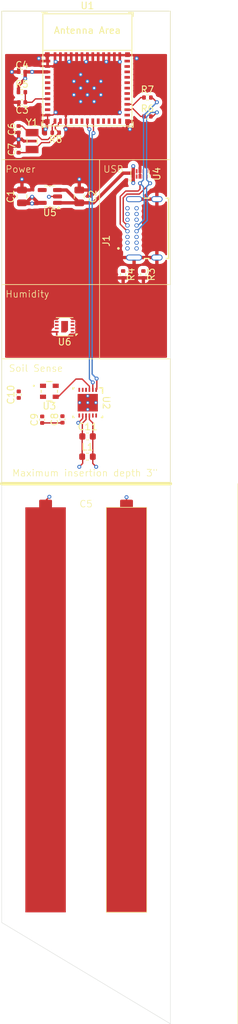
<source format=kicad_pcb>
(kicad_pcb (version 20241229) (generator "pcbnew") (generator_version "9.0")
  (layers (0 "F.Cu" signal) (4 "In1.Cu" mixed) (6 "In2.Cu" power) (2 "B.Cu" signal) (13 "F.Paste" user) (15 "B.Paste" user) (5 "F.SilkS" user "F.Silkscreen") (7 "B.SilkS" user "B.Silkscreen") (1 "F.Mask" user) (3 "B.Mask" user) (25 "Edge.Cuts" user))
  (net 0 "")
  (net 1 "/USB_D+")
  (net 2 "GND")
  (net 7 "+3.3V")
  (net 8 "Net-(J1-CC2)")
  (net 26 "/USB_5V")
  (net 32 "Net-(J1-CC1)")
  (net 36 "/USB_D-")
  (net 37 "/SENSE_SOIL_B")
  (net 38 "/SENSE_SOIL_A")
  (net 39 "/SCL")
  (net 40 "/SDA")
  (net 41 "/FDC_SHUTDOWN")
  (net 42 "/FDC_EN")
  (net 43 "/XTAL_32K+")
  (net 44 "/XTAL_32K-")
  (net 50 "/ESP_EN")
  (net 53 "/ESP_USB_D-")
  (net 54 "/ESP_USB_D+")
  (net 57 "/FDC_CLK")
  (footprint "Capacitor_SMD:C_0402_1005Metric" (layer "F.Cu") (at 84 90.48 90)
    (property "Reference" "C8" (at 0 -1.16 90) (layer "F.SilkS"))
    (property "Value" "0.01uF")
    (pad "1" smd roundrect (at -0.48 0 90) (size 0.56 0.62) (layers "F.Cu" "F.Mask" "F.Paste") (net 7 "+3.3V"))
    (pad "2" smd roundrect (at 0.48 0 90) (size 0.56 0.62) (layers "F.Cu" "F.Mask" "F.Paste") (net 2 "GND"))
  )
  (footprint "Resistor_SMD:R_0402_1005Metric" (layer "F.Cu") (at 77.99 42)
    (property "Reference" "R5" (at 0 -1.17 0) (layer "F.SilkS"))
    (property "Value" "10k")
    (pad "1" smd roundrect (at -0.51 0) (size 0.54 0.64) (layers "F.Cu" "F.Mask" "F.Paste") (net 7 "+3.3V"))
    (pad "2" smd roundrect (at 0.51 0) (size 0.54 0.64) (layers "F.Cu" "F.Mask" "F.Paste") (net 50 "/ESP_EN"))
  )
  (footprint "Resistor_SMD:R_0402_1005Metric" (layer "F.Cu") (at 96.6 45.6)
    (property "Reference" "R6" (at 0 -1.17 0) (layer "F.SilkS"))
    (property "Value" "22")
    (pad "1" smd roundrect (at -0.51 0) (size 0.54 0.64) (layers "F.Cu" "F.Mask" "F.Paste") (net 53 "/ESP_USB_D-"))
    (pad "2" smd roundrect (at 0.51 0) (size 0.54 0.64) (layers "F.Cu" "F.Mask" "F.Paste") (net 36 "/USB_D-"))
  )
  (footprint "625L3C040M00000:IC_625L3C040M00000_CTS" (layer "F.Cu") (at 82.0602 86.3125)
    (property "Reference" "U3" (at 0 2.1875 0) (layer "F.SilkS"))
    (property "Value" "625L3C040M00000")
    (pad "1" smd rect (at -0.9398 -0.8125) (size 0.889 0.635) (layers "F.Cu" "F.Mask" "F.Paste") (net 42 "/FDC_EN"))
    (pad "2" smd rect (at -0.9398 0.8125) (size 0.889 0.635) (layers "F.Cu" "F.Mask" "F.Paste") (net 2 "GND"))
    (pad "3" smd rect (at 0.9398 0.8125) (size 0.889 0.635) (layers "F.Cu" "F.Mask" "F.Paste") (net 57 "/FDC_CLK"))
    (pad "4" smd rect (at 0.9398 -0.8125) (size 0.889 0.635) (layers "F.Cu" "F.Mask" "F.Paste") (net 7 "+3.3V"))
  )
  (footprint "Resistor_SMD:R_0402_1005Metric" (layer "F.Cu") (at 83 48)
    (property "Reference" "R8" (at 0 1 0) (layer "F.SilkS"))
    (property "Value" "TBD")
    (pad "1" smd roundrect (at -0.51 0) (size 0.54 0.64) (layers "F.Cu" "F.Mask" "F.Paste") (net 43 "/XTAL_32K+"))
    (pad "2" smd roundrect (at 0.51 0) (size 0.54 0.64) (layers "F.Cu" "F.Mask" "F.Paste") (net 44 "/XTAL_32K-"))
  )
  (footprint "Resistor_SMD:R_0402_1005Metric" (layer "F.Cu") (at 96 69.01 -90)
    (property "Reference" "R3" (at 0 -1.17 90) (layer "F.SilkS"))
    (property "Value" "5.1k")
    (pad "1" smd roundrect (at -0.51 0 270) (size 0.54 0.64) (layers "F.Cu" "F.Mask" "F.Paste") (net 8 "Net-(J1-CC2)"))
    (pad "2" smd roundrect (at 0.51 0 270) (size 0.54 0.64) (layers "F.Cu" "F.Mask" "F.Paste") (net 2 "GND"))
  )
  (footprint "Package_DFN_QFN:Diodes_UDFN-10_1.0x2.5mm_P0.5mm" (layer "F.Cu") (at 95.5 54.1125 90)
    (property "Reference" "U4" (at 0 2.5 90) (layer "F.SilkS"))
    (property "Value" "D3V3XA4B10LP")
    (pad "1" smd rect (at -0.3875 -1) (size 0.25 0.625) (layers "F.Cu" "F.Mask" "F.Paste") (net 26 "/USB_5V"))
    (pad "2" smd rect (at -0.3875 -0.5) (size 0.25 0.625) (layers "F.Cu" "F.Mask" "F.Paste"))
    (pad "3" smd rect (at -0.35 0) (size 0.45 0.7) (layers "F.Cu" "F.Mask" "F.Paste") (net 2 "GND"))
    (pad "4" smd rect (at -0.3875 0.5) (size 0.25 0.625) (layers "F.Cu" "F.Mask" "F.Paste") (net 1 "/USB_D+"))
    (pad "5" smd rect (at -0.3875 1) (size 0.25 0.625) (layers "F.Cu" "F.Mask" "F.Paste") (net 36 "/USB_D-"))
    (pad "6" smd rect (at 0.3875 1) (size 0.25 0.625) (layers "F.Cu" "F.Mask" "F.Paste"))
    (pad "7" smd rect (at 0.3875 0.5) (size 0.25 0.625) (layers "F.Cu" "F.Mask" "F.Paste"))
    (pad "8" smd rect (at 0.4125 0) (size 0.45 0.575) (layers "F.Cu" "F.Mask" "F.Paste") (net 2 "GND"))
    (pad "9" smd rect (at 0.3875 -0.5) (size 0.25 0.625) (layers "F.Cu" "F.Mask" "F.Paste"))
    (pad "10" smd rect (at 0.3875 -1) (size 0.25 0.625) (layers "F.Cu" "F.Mask" "F.Paste") (net 26 "/USB_5V"))
  )
  (footprint "Capacitor_SMD:C_0402_1005Metric" (layer "F.Cu") (at 77.5 47.5 -90)
    (property "Reference" "C6" (at 0 1 90) (layer "F.SilkS"))
    (property "Value" "12pF")
    (pad "1" smd roundrect (at -0.48 0 270) (size 0.56 0.62) (layers "F.Cu" "F.Mask" "F.Paste") (net 43 "/XTAL_32K+"))
    (pad "2" smd roundrect (at 0.48 0 270) (size 0.56 0.62) (layers "F.Cu" "F.Mask" "F.Paste") (net 2 "GND"))
  )
  (footprint "Capacitor_SMD:C_0402_1005Metric" (layer "F.Cu") (at 81 90.52 90)
    (property "Reference" "C9" (at 0 -1.16 90) (layer "F.SilkS"))
    (property "Value" "0.1uF")
    (pad "1" smd roundrect (at -0.48 0 90) (size 0.56 0.62) (layers "F.Cu" "F.Mask" "F.Paste") (net 7 "+3.3V"))
    (pad "2" smd roundrect (at 0.48 0 90) (size 0.56 0.62) (layers "F.Cu" "F.Mask" "F.Paste") (net 2 "GND"))
  )
  (footprint "Capacitor_SMD:C_0805_2012Metric" (layer "F.Cu") (at 86.5 57.45 90)
    (property "Reference" "C2" (at 0 2 90) (layer "F.SilkS"))
    (property "Value" "10uF")
    (pad "1" smd roundrect (at -0.95 0 90) (size 1 1.45) (layers "F.Cu" "F.Mask" "F.Paste") (net 26 "/USB_5V"))
    (pad "2" smd roundrect (at 0.95 0 90) (size 1 1.45) (layers "F.Cu" "F.Mask" "F.Paste") (net 2 "GND"))
  )
  (footprint "Resistor_SMD:R_0402_1005Metric" (layer "F.Cu") (at 93 69.01 -90)
    (property "Reference" "R4" (at 0 -1.17 90) (layer "F.SilkS"))
    (property "Value" "5.1k")
    (pad "1" smd roundrect (at -0.51 0 270) (size 0.54 0.64) (layers "F.Cu" "F.Mask" "F.Paste") (net 32 "Net-(J1-CC1)"))
    (pad "2" smd roundrect (at 0.51 0 270) (size 0.54 0.64) (layers "F.Cu" "F.Mask" "F.Paste") (net 2 "GND"))
  )
  (footprint "CapacitiveStrips:C_Rectangle" (layer "F.Cu") (at 87.5 103.5)
    (property "Reference" "C5" (at 0 -0.5 0) (layer "F.SilkS") (effects (font (thickness 0.1))))
    (property "Value" "SOIL")
    (fp_poly (pts (xy -9 0) (xy -3 0) (xy -3 60) (xy -9 60)) (fill yes) (layer "F.Cu"))
    (fp_poly (pts (xy 3 0) (xy 9 0) (xy 9 60) (xy 3 60)) (fill yes) (layer "F.Cu"))
    (pad "1" smd roundrect (at -6 -0.5) (size 1.905 1.27) (layers "F.Cu" "F.Mask" "F.Paste") (roundrect_rratio 0.15) (net 38 "/SENSE_SOIL_A"))
    (pad "2" smd roundrect (at 6 -0.5) (size 1.905 1.27) (layers "F.Cu" "F.Mask" "F.Paste") (roundrect_rratio 0.15) (net 37 "/SENSE_SOIL_B"))
  )
  (footprint "Sensor_Humidity:Sensirion_DFN-8-1EP_2.5x2.5mm_P0.5mm_EP1.1x1.7mm" (layer "F.Cu") (at 84.325 76.75 180)
    (property "Reference" "U6" (at 0 -2.25 0) (layer "F.SilkS"))
    (property "Value" "SHT30-DIS")
    (pad "1" smd rect (at -1.175 -0.75 180) (size 0.55 0.25) (layers "F.Cu" "F.Mask" "F.Paste") (net 40 "/SDA"))
    (pad "2" smd rect (at -1.175 -0.25 180) (size 0.55 0.25) (layers "F.Cu" "F.Mask" "F.Paste"))
    (pad "3" smd rect (at -1.175 0.25 180) (size 0.55 0.25) (layers "F.Cu" "F.Mask" "F.Paste"))
    (pad "4" smd rect (at -1.175 0.75) (size 0.55 0.25) (layers "F.Cu" "F.Mask" "F.Paste") (net 39 "/SCL"))
    (pad "5" smd rect (at 1.175 0.75 180) (size 0.55 0.25) (layers "F.Cu" "F.Mask" "F.Paste"))
    (pad "6" smd rect (at 1.175 0.25 180) (size 0.55 0.25) (layers "F.Cu" "F.Mask" "F.Paste"))
    (pad "7" smd rect (at 1.175 -0.25 180) (size 0.55 0.25) (layers "F.Cu" "F.Mask" "F.Paste"))
    (pad "8" smd rect (at 1.175 -0.75 180) (size 0.55 0.25) (layers "F.Cu" "F.Mask" "F.Paste") (net 2 "GND"))
    (pad "9" smd custom (at 0 0 180) (size 1 1) (layers "F.Cu" "F.Mask") (net 2 "GND") (options (clearance outline) (anchor circle)) (primitives (gr_poly (pts (xy 0.5 0.85) (xy -0.5 0.85) (xy -0.5 -0.55) (xy -0.2 -0.85) (xy 0.5 -0.85)) (width 0) (fill yes))))
  )
  (footprint "FDC2212DNTR:DNT0012B" (layer "F.Cu") (at 87.75 88 -90)
    (property "Reference" "U2" (at 0 -2.75 270) (layer "F.SilkS"))
    (property "Value" "FDC2212DNTR")
    (pad "1" smd rect (at -1.899999 -1.25) (size 0.249999 0.599999) (layers "F.Cu" "F.Mask" "F.Paste") (net 39 "/SCL"))
    (pad "2" smd rect (at -1.899999 -0.750001) (size 0.249999 0.599999) (layers "F.Cu" "F.Mask" "F.Paste") (net 40 "/SDA"))
    (pad "3" smd rect (at -1.899999 -0.25) (size 0.249999 0.599999) (layers "F.Cu" "F.Mask" "F.Paste") (net 57 "/FDC_CLK"))
    (pad "4" smd rect (at -1.899999 0.25) (size 0.249999 0.599999) (layers "F.Cu" "F.Mask" "F.Paste") (net 2 "GND"))
    (pad "5" smd rect (at -1.899999 0.749998) (size 0.249999 0.599999) (layers "F.Cu" "F.Mask" "F.Paste"))
    (pad "6" smd rect (at -1.899999 1.25) (size 0.249999 0.599999) (layers "F.Cu" "F.Mask" "F.Paste") (net 41 "/FDC_SHUTDOWN"))
    (pad "7" smd rect (at 1.899999 1.25) (size 0.249999 0.599999) (layers "F.Cu" "F.Mask" "F.Paste") (net 7 "+3.3V"))
    (pad "8" smd rect (at 1.899999 0.749998) (size 0.249999 0.599999) (layers "F.Cu" "F.Mask" "F.Paste") (net 2 "GND"))
    (pad "9" smd rect (at 1.899999 0.25) (size 0.249999 0.599999) (layers "F.Cu" "F.Mask" "F.Paste") (net 38 "/SENSE_SOIL_A"))
    (pad "10" smd rect (at 1.899999 -0.250002) (size 0.249999 0.599999) (layers "F.Cu" "F.Mask" "F.Paste") (net 37 "/SENSE_SOIL_B"))
    (pad "11" smd rect (at 1.899999 -0.750001) (size 0.249999 0.599999) (layers "F.Cu" "F.Mask" "F.Paste"))
    (pad "12" smd rect (at 1.899999 -1.25) (size 0.249999 0.599999) (layers "F.Cu" "F.Mask" "F.Paste"))
    (pad "13" smd rect (at 0 0) (size 2.999999 2.6) (layers "F.Cu" "F.Mask") (net 2 "GND"))
    (pad "V" thru_hole circle (at -1.000001 0 270) (size 0.499999 0.499999) (drill 0.254) (layers "*.Cu" "*.Mask") (net 2 "GND"))
    (pad "V" thru_hole circle (at 0 -1.2 270) (size 0.499999 0.499999) (drill 0.254) (layers "*.Cu" "*.Mask") (net 2 "GND"))
    (pad "V" thru_hole circle (at 0 0 270) (size 0.499999 0.499999) (drill 0.254) (layers "*.Cu" "*.Mask") (net 2 "GND"))
    (pad "V" thru_hole circle (at 0 1.2 270) (size 0.499999 0.499999) (drill 0.254) (layers "*.Cu" "*.Mask") (net 2 "GND"))
    (pad "V" thru_hole circle (at 1.000001 0 270) (size 0.499999 0.499999) (drill 0.254) (layers "*.Cu" "*.Mask") (net 2 "GND"))
  )
  (footprint "Capacitor_SMD:C_0402_1005Metric" (layer "F.Cu") (at 77.52 86.8125 90)
    (property "Reference" "C10" (at 0 -1.16 90) (layer "F.SilkS"))
    (property "Value" "0.01uF")
    (pad "1" smd roundrect (at -0.48 0 90) (size 0.56 0.62) (layers "F.Cu" "F.Mask" "F.Paste") (net 7 "+3.3V"))
    (pad "2" smd roundrect (at 0.48 0 90) (size 0.56 0.62) (layers "F.Cu" "F.Mask" "F.Paste") (net 2 "GND"))
  )
  (footprint "Package_TO_SOT_SMD:SOT-23-5" (layer "F.Cu") (at 82.1375 57.45 180)
    (property "Reference" "U5" (at 0 -2.4 0) (layer "F.SilkS"))
    (property "Value" "MIC5219-3.3YM5")
    (pad "1" smd roundrect (at -1.1375 -0.95 180) (size 1.325 0.6) (layers "F.Cu" "F.Mask" "F.Paste") (net 26 "/USB_5V"))
    (pad "2" smd roundrect (at -1.1375 0 180) (size 1.325 0.6) (layers "F.Cu" "F.Mask" "F.Paste") (net 2 "GND"))
    (pad "3" smd roundrect (at -1.1375 0.95 180) (size 1.325 0.6) (layers "F.Cu" "F.Mask" "F.Paste") (net 26 "/USB_5V"))
    (pad "4" smd roundrect (at 1.1375 0.95 180) (size 1.325 0.6) (layers "F.Cu" "F.Mask" "F.Paste"))
    (pad "5" smd roundrect (at 1.1375 -0.95 180) (size 1.325 0.6) (layers "F.Cu" "F.Mask" "F.Paste") (net 7 "+3.3V"))
  )
  (footprint "Resistor_SMD:R_0402_1005Metric" (layer "F.Cu") (at 96.6 42.8)
    (property "Reference" "R7" (at 0 -1.17 0) (layer "F.SilkS"))
    (property "Value" "22")
    (pad "1" smd roundrect (at -0.51 0) (size 0.54 0.64) (layers "F.Cu" "F.Mask" "F.Paste") (net 54 "/ESP_USB_D+"))
    (pad "2" smd roundrect (at 0.51 0) (size 0.54 0.64) (layers "F.Cu" "F.Mask" "F.Paste") (net 1 "/USB_D+"))
  )
  (footprint "Capacitor_SMD:C_0402_1005Metric" (layer "F.Cu") (at 78.02 43.5 180)
    (property "Reference" "C3" (at 0 -1.16 0) (layer "F.SilkS"))
    (property "Value" "0.1uF")
    (pad "1" smd roundrect (at -0.48 0 180) (size 0.56 0.62) (layers "F.Cu" "F.Mask" "F.Paste") (net 50 "/ESP_EN"))
    (pad "2" smd roundrect (at 0.48 0 180) (size 0.56 0.62) (layers "F.Cu" "F.Mask" "F.Paste") (net 2 "GND"))
  )
  (footprint "ABS07_32_768KHZ_T:XTAL_ABS07-32.768KHZ-T" (layer "F.Cu") (at 79.5 49.25 -90)
    (property "Reference" "Y1" (at -2.75 0 180) (layer "F.SilkS"))
    (property "Value" "ABS07-32.768KHZ-T")
    (pad "1" smd rect (at -1.25 0 270) (size 1.1 1.9) (layers "F.Cu" "F.Mask" "F.Paste") (net 43 "/XTAL_32K+"))
    (pad "2" smd rect (at 1.25 0 270) (size 1.1 1.9) (layers "F.Cu" "F.Mask" "F.Paste") (net 44 "/XTAL_32K-"))
  )
  (footprint "Capacitor_SMD:C_0402_1005Metric" (layer "F.Cu") (at 77.5 50.48 90)
    (property "Reference" "C7" (at -0.02 -1 90) (layer "F.SilkS"))
    (property "Value" "12pF")
    (pad "1" smd roundrect (at -0.48 0 90) (size 0.56 0.62) (layers "F.Cu" "F.Mask" "F.Paste") (net 44 "/XTAL_32K-"))
    (pad "2" smd roundrect (at 0.48 0 90) (size 0.56 0.62) (layers "F.Cu" "F.Mask" "F.Paste") (net 2 "GND"))
  )
  (footprint "USB4085_GF_A:GCT_USB4085-GF-A_REVB" (layer "F.Cu") (at 98 62.175 90)
    (property "Reference" "J1" (at -1.85 -7.5 90) (layer "F.SilkS"))
    (property "Value" "USB4085-GF-A_REVB")
    (pad "A1" thru_hole circle (at -2.975 -4.36 90) (size 0.65 0.65) (drill 0.4) (layers "*.Cu" "*.Mask") (net 2 "GND"))
    (pad "A4" thru_hole circle (at -2.125 -4.36 90) (size 0.65 0.65) (drill 0.4) (layers "*.Cu" "*.Mask") (net 26 "/USB_5V"))
    (pad "A5" thru_hole circle (at -1.275 -4.36 90) (size 0.65 0.65) (drill 0.4) (layers "*.Cu" "*.Mask") (net 32 "Net-(J1-CC1)"))
    (pad "A6" thru_hole circle (at -0.425 -4.36 90) (size 0.65 0.65) (drill 0.4) (layers "*.Cu" "*.Mask") (net 1 "/USB_D+"))
    (pad "A7" thru_hole circle (at 0.425 -4.36 90) (size 0.65 0.65) (drill 0.4) (layers "*.Cu" "*.Mask") (net 36 "/USB_D-"))
    (pad "A8" thru_hole circle (at 1.275 -4.36 90) (size 0.65 0.65) (drill 0.4) (layers "*.Cu" "*.Mask"))
    (pad "A9" thru_hole circle (at 2.125 -4.36 90) (size 0.65 0.65) (drill 0.4) (layers "*.Cu" "*.Mask") (net 26 "/USB_5V"))
    (pad "A12" thru_hole circle (at 2.975 -4.36 90) (size 0.65 0.65) (drill 0.4) (layers "*.Cu" "*.Mask") (net 2 "GND"))
    (pad "B1" thru_hole circle (at 2.975 -3.01 90) (size 0.65 0.65) (drill 0.4) (layers "*.Cu" "*.Mask") (net 2 "GND"))
    (pad "B4" thru_hole circle (at 2.125 -3.01 90) (size 0.65 0.65) (drill 0.4) (layers "*.Cu" "*.Mask") (net 26 "/USB_5V"))
    (pad "B5" thru_hole circle (at 1.275 -3.01 90) (size 0.65 0.65) (drill 0.4) (layers "*.Cu" "*.Mask") (net 8 "Net-(J1-CC2)"))
    (pad "B6" thru_hole circle (at 0.425 -3.01 90) (size 0.65 0.65) (drill 0.4) (layers "*.Cu" "*.Mask") (net 1 "/USB_D+"))
    (pad "B7" thru_hole circle (at -0.425 -3.01 90) (size 0.65 0.65) (drill 0.4) (layers "*.Cu" "*.Mask") (net 36 "/USB_D-"))
    (pad "B8" thru_hole circle (at -1.275 -3.01 90) (size 0.65 0.65) (drill 0.4) (layers "*.Cu" "*.Mask"))
    (pad "B9" thru_hole circle (at -2.125 -3.01 90) (size 0.65 0.65) (drill 0.4) (layers "*.Cu" "*.Mask") (net 26 "/USB_5V"))
    (pad "B12" thru_hole circle (at -2.975 -3.01 90) (size 0.65 0.65) (drill 0.4) (layers "*.Cu" "*.Mask") (net 2 "GND"))
    (pad "S1" thru_hole oval (at -4.325 0 90) (size 0.9 1.7) (drill oval 0.6 1.4) (layers "*.Cu" "*.Mask") (net 2 "GND"))
    (pad "S2" thru_hole oval (at 4.325 0 90) (size 0.9 1.7) (drill oval 0.6 1.4) (layers "*.Cu" "*.Mask") (net 2 "GND"))
    (pad "S3" thru_hole oval (at -4.325 -3.38 90) (size 0.9 2.4) (drill oval 0.6 2.1) (layers "*.Cu" "*.Mask") (net 2 "GND"))
    (pad "S4" thru_hole oval (at 4.325 -3.38 90) (size 0.9 2.4) (drill oval 0.6 2.1) (layers "*.Cu" "*.Mask") (net 2 "GND"))
  )
  (footprint "Capacitor_SMD:C_0402_1005Metric" (layer "F.Cu") (at 78 39 180)
    (property "Reference" "C4" (at 0 1 0) (layer "F.SilkS"))
    (property "Value" "0.1uF")
    (pad "1" smd roundrect (at -0.48 0 180) (size 0.56 0.62) (layers "F.Cu" "F.Mask" "F.Paste") (net 7 "+3.3V"))
    (pad "2" smd roundrect (at 0.48 0 180) (size 0.56 0.62) (layers "F.Cu" "F.Mask" "F.Paste") (net 2 "GND"))
  )
  (footprint "Capacitor_SMD:C_0603_1608Metric" (layer "F.Cu") (at 87.725 93)
    (property "Reference" "C11" (at 0 -1.43 0) (layer "F.SilkS"))
    (property "Value" "33pF")
    (pad "1" smd roundrect (at -0.775 0) (size 0.9 0.95) (layers "F.Cu" "F.Mask" "F.Paste") (net 38 "/SENSE_SOIL_A"))
    (pad "2" smd roundrect (at 0.775 0) (size 0.9 0.95) (layers "F.Cu" "F.Mask" "F.Paste") (net 37 "/SENSE_SOIL_B"))
  )
  (footprint "Inductor_SMD:L_0603_1608Metric" (layer "F.Cu") (at 87.7125 96)
    (property "Reference" "L1" (at 0 -1.43 0) (layer "F.SilkS"))
    (property "Value" "18uH")
    (pad "1" smd roundrect (at -0.7875 0) (size 0.875 0.95) (layers "F.Cu" "F.Mask" "F.Paste") (net 38 "/SENSE_SOIL_A"))
    (pad "2" smd roundrect (at 0.7875 0) (size 0.875 0.95) (layers "F.Cu" "F.Mask" "F.Paste") (net 37 "/SENSE_SOIL_B"))
  )
  (footprint "PCM_Espressif:ESP32-H2-MINI-1" (layer "F.Cu") (at 87.7 38.7)
    (property "Reference" "U1" (at 0 -9.5 0) (layer "F.SilkS"))
    (property "Value" "ESP32-H2-MINI-1")
    (fp_text user "Antenna Area" (at 0 -5.85 0) (layer "F.SilkS"))
    (pad "1" smd rect (at -5.9 -1.3 90) (size 0.4 0.8) (layers "F.Cu" "F.Mask" "F.Paste") (net 2 "GND"))
    (pad "2" smd rect (at -5.9 -0.5 90) (size 0.4 0.8) (layers "F.Cu" "F.Mask" "F.Paste") (net 2 "GND"))
    (pad "3" smd rect (at -5.9 0.3 90) (size 0.4 0.8) (layers "F.Cu" "F.Mask" "F.Paste") (net 7 "+3.3V"))
    (pad "4" smd rect (at -5.9 1.1 90) (size 0.4 0.8) (layers "F.Cu" "F.Mask" "F.Paste"))
    (pad "5" smd rect (at -5.9 1.9 90) (size 0.4 0.8) (layers "F.Cu" "F.Mask" "F.Paste"))
    (pad "6" smd rect (at -5.9 2.7 90) (size 0.4 0.8) (layers "F.Cu" "F.Mask" "F.Paste"))
    (pad "7" smd rect (at -5.9 3.5 90) (size 0.4 0.8) (layers "F.Cu" "F.Mask" "F.Paste"))
    (pad "8" smd rect (at -5.9 4.3 90) (size 0.4 0.8) (layers "F.Cu" "F.Mask" "F.Paste") (net 50 "/ESP_EN"))
    (pad "9" smd rect (at -5.9 5.1 90) (size 0.4 0.8) (layers "F.Cu" "F.Mask" "F.Paste"))
    (pad "10" smd rect (at -5.9 5.9 90) (size 0.4 0.8) (layers "F.Cu" "F.Mask" "F.Paste"))
    (pad "11" smd rect (at -5.9 6.7 90) (size 0.4 0.8) (layers "F.Cu" "F.Mask" "F.Paste") (net 2 "GND"))
    (pad "12" smd rect (at -4.8 7.6) (size 0.4 0.8) (layers "F.Cu" "F.Mask" "F.Paste") (net 43 "/XTAL_32K+"))
    (pad "13" smd rect (at -4 7.6) (size 0.4 0.8) (layers "F.Cu" "F.Mask" "F.Paste") (net 44 "/XTAL_32K-"))
    (pad "14" smd rect (at -3.2 7.6) (size 0.4 0.8) (layers "F.Cu" "F.Mask" "F.Paste") (net 2 "GND"))
    (pad "15" smd rect (at -2.4 7.6) (size 0.4 0.8) (layers "F.Cu" "F.Mask" "F.Paste"))
    (pad "16" smd rect (at -1.6 7.6) (size 0.4 0.8) (layers "F.Cu" "F.Mask" "F.Paste"))
    (pad "17" smd rect (at -0.8 7.6) (size 0.4 0.8) (layers "F.Cu" "F.Mask" "F.Paste"))
    (pad "18" smd rect (at 0 7.6) (size 0.4 0.8) (layers "F.Cu" "F.Mask" "F.Paste") (net 40 "/SDA"))
    (pad "19" smd rect (at 0.8 7.6) (size 0.4 0.8) (layers "F.Cu" "F.Mask" "F.Paste") (net 39 "/SCL"))
    (pad "20" smd rect (at 1.6 7.6) (size 0.4 0.8) (layers "F.Cu" "F.Mask" "F.Paste"))
    (pad "21" smd rect (at 2.4 7.6) (size 0.4 0.8) (layers "F.Cu" "F.Mask" "F.Paste"))
    (pad "22" smd rect (at 3.2 7.6) (size 0.4 0.8) (layers "F.Cu" "F.Mask" "F.Paste"))
    (pad "23" smd rect (at 4 7.6) (size 0.4 0.8) (layers "F.Cu" "F.Mask" "F.Paste"))
    (pad "24" smd rect (at 4.8 7.6) (size 0.4 0.8) (layers "F.Cu" "F.Mask" "F.Paste"))
    (pad "25" smd rect (at 5.9 6.7 90) (size 0.4 0.8) (layers "F.Cu" "F.Mask" "F.Paste"))
    (pad "26" smd rect (at 5.9 5.9 90) (size 0.4 0.8) (layers "F.Cu" "F.Mask" "F.Paste") (net 53 "/ESP_USB_D-"))
    (pad "27" smd rect (at 5.9 5.1 90) (size 0.4 0.8) (layers "F.Cu" "F.Mask" "F.Paste") (net 54 "/ESP_USB_D+"))
    (pad "28" smd rect (at 5.9 4.3 90) (size 0.4 0.8) (layers "F.Cu" "F.Mask" "F.Paste"))
    (pad "29" smd rect (at 5.9 3.5 90) (size 0.4 0.8) (layers "F.Cu" "F.Mask" "F.Paste"))
    (pad "30" smd rect (at 5.9 2.7 90) (size 0.4 0.8) (layers "F.Cu" "F.Mask" "F.Paste"))
    (pad "31" smd rect (at 5.9 1.9 90) (size 0.4 0.8) (layers "F.Cu" "F.Mask" "F.Paste"))
    (pad "32" smd rect (at 5.9 1.1 90) (size 0.4 0.8) (layers "F.Cu" "F.Mask" "F.Paste"))
    (pad "33" smd rect (at 5.9 0.3 90) (size 0.4 0.8) (layers "F.Cu" "F.Mask" "F.Paste"))
    (pad "34" smd rect (at 5.9 -0.5 90) (size 0.4 0.8) (layers "F.Cu" "F.Mask" "F.Paste"))
    (pad "35" smd rect (at 5.9 -1.3 90) (size 0.4 0.8) (layers "F.Cu" "F.Mask" "F.Paste"))
    (pad "36" smd rect (at 4.8 -2.2) (size 0.4 0.8) (layers "F.Cu" "F.Mask" "F.Paste") (net 2 "GND"))
    (pad "37" smd rect (at 4 -2.2) (size 0.4 0.8) (layers "F.Cu" "F.Mask" "F.Paste") (net 2 "GND"))
    (pad "38" smd rect (at 3.2 -2.2) (size 0.4 0.8) (layers "F.Cu" "F.Mask" "F.Paste") (net 2 "GND"))
    (pad "39" smd rect (at 2.4 -2.2) (size 0.4 0.8) (layers "F.Cu" "F.Mask" "F.Paste") (net 2 "GND"))
    (pad "40" smd rect (at 1.6 -2.2) (size 0.4 0.8) (layers "F.Cu" "F.Mask" "F.Paste") (net 2 "GND"))
    (pad "41" smd rect (at 0.8 -2.2) (size 0.4 0.8) (layers "F.Cu" "F.Mask" "F.Paste") (net 2 "GND"))
    (pad "42" smd rect (at 0 -2.2) (size 0.4 0.8) (layers "F.Cu" "F.Mask" "F.Paste") (net 2 "GND"))
    (pad "43" smd rect (at -0.8 -2.2) (size 0.4 0.8) (layers "F.Cu" "F.Mask" "F.Paste") (net 2 "GND"))
    (pad "44" smd rect (at -1.6 -2.2) (size 0.4 0.8) (layers "F.Cu" "F.Mask" "F.Paste") (net 2 "GND"))
    (pad "45" smd rect (at -2.4 -2.2) (size 0.4 0.8) (layers "F.Cu" "F.Mask" "F.Paste") (net 2 "GND"))
    (pad "46" smd rect (at -3.2 -2.2) (size 0.4 0.8) (layers "F.Cu" "F.Mask" "F.Paste") (net 2 "GND"))
    (pad "47" smd rect (at -4 -2.2) (size 0.4 0.8) (layers "F.Cu" "F.Mask" "F.Paste") (net 2 "GND"))
    (pad "48" smd rect (at -4.8 -2.2) (size 0.4 0.8) (layers "F.Cu" "F.Mask" "F.Paste") (net 2 "GND"))
    (pad "49" smd custom (at -1.975 0.725) (size 0.8 0.8) (layers "F.Cu" "F.Mask" "F.Paste") (net 2 "GND") (options (clearance outline) (anchor rect)) (primitives (gr_poly (pts (xy 0.725 0.725) (xy -0.725 0.725) (xy -0.725 -0.125) (xy -0.125 -0.725) (xy 0.725 -0.725)) (width 0) (fill yes))))
    (pad "49" smd rect (at -1.975 2.7 90) (size 1.45 1.45) (layers "F.Cu" "F.Mask" "F.Paste") (net 2 "GND"))
    (pad "49" smd rect (at -1.975 4.675 90) (size 1.45 1.45) (layers "F.Cu" "F.Mask" "F.Paste") (net 2 "GND"))
    (pad "49" smd rect (at 0 0.725 90) (size 1.45 1.45) (layers "F.Cu" "F.Mask" "F.Paste") (net 2 "GND"))
    (pad "49" smd rect (at 0 2.7 90) (size 1.45 1.45) (layers "F.Cu" "F.Mask" "F.Paste") (net 2 "GND"))
    (pad "49" smd rect (at 0 4.675 90) (size 1.45 1.45) (layers "F.Cu" "F.Mask" "F.Paste") (net 2 "GND"))
    (pad "49" smd rect (at 1.975 0.725 90) (size 1.45 1.45) (layers "F.Cu" "F.Mask" "F.Paste") (net 2 "GND"))
    (pad "49" smd rect (at 1.975 2.7 90) (size 1.45 1.45) (layers "F.Cu" "F.Mask" "F.Paste") (net 2 "GND"))
    (pad "49" smd rect (at 1.975 4.675 90) (size 1.45 1.45) (layers "F.Cu" "F.Mask" "F.Paste") (net 2 "GND"))
    (pad "50" smd rect (at 5.95 -2.25 90) (size 0.7 0.7) (layers "F.Cu" "F.Mask" "F.Paste") (net 2 "GND"))
    (pad "51" smd rect (at 5.95 7.65 90) (size 0.7 0.7) (layers "F.Cu" "F.Mask" "F.Paste") (net 2 "GND"))
    (pad "52" smd rect (at -5.95 7.65 90) (size 0.7 0.7) (layers "F.Cu" "F.Mask" "F.Paste") (net 2 "GND"))
    (pad "53" smd rect (at -5.95 -2.25 90) (size 0.7 0.7) (layers "F.Cu" "F.Mask" "F.Paste") (net 2 "GND"))
    (zone (net 0) (net_name "") (layers "F.Cu" "B.Cu" "In1.Cu" "In2.Cu") (name "antenna keepout") (connect_pads (clearance 0)) (min_thickness 0.254)
      (keepout (tracks not_allowed) (vias not_allowed) (pads not_allowed) (copperpour not_allowed) (footprints not_allowed))
      (fill (thermal_gap 0.508) (thermal_bridge_width 0.508))
      (polygon (pts (xy 94.3 35.8) (xy 81.1 35.8) (xy 81.1 30.4) (xy 94.3 30.4)))
    )
  )
  (footprint "Capacitor_SMD:C_0805_2012Metric" (layer "F.Cu") (at 78 57.45 90)
    (property "Reference" "C1" (at 0 -1.68 90) (layer "F.SilkS"))
    (property "Value" "10uF")
    (pad "1" smd roundrect (at -0.95 0 90) (size 1 1.45) (layers "F.Cu" "F.Mask" "F.Paste") (net 7 "+3.3V"))
    (pad "2" smd roundrect (at 0.95 0 90) (size 1 1.45) (layers "F.Cu" "F.Mask" "F.Paste") (net 2 "GND"))
  )
  (gr_line (start 110 100) (end 110 180) (stroke (width 0.1)) (layer "F.SilkS"))
  (gr_rect (start 75 30) (end 100 52) (stroke (width 0.1)) (fill no) (layer "F.SilkS"))
  (gr_rect (start 75 70.5) (end 89.5 81.5) (stroke (width 0.1)) (fill no) (layer "F.SilkS"))
  (gr_rect (start 89.5 52) (end 100 70.5) (stroke (width 0.1)) (fill no) (layer "F.SilkS"))
  (gr_rect (start 75 52) (end 89.5 70.5) (stroke (width 0.1)) (fill no) (layer "F.SilkS"))
  (gr_line (start 75 100) (end 100 100) (stroke (width 0.5)) (layer "F.SilkS"))
  (gr_rect (start 75 81.5) (end 100 100) (stroke (width 0.1)) (fill no) (layer "F.SilkS"))
  (gr_line (start 100 30) (end 100 180) (stroke (width 0.05)) (layer "Edge.Cuts"))
  (gr_line (start 75 165) (end 75 30) (stroke (width 0.05)) (layer "Edge.Cuts"))
  (gr_line (start 100 180) (end 75 165) (stroke (width 0.05)) (layer "Edge.Cuts"))
  (gr_line (start 75 30) (end 100 30) (stroke (width 0.05)) (layer "Edge.Cuts"))
  (gr_text "Maximum insertion depth 3{dblquote}" (at 76.5 99 0) (layer "F.SilkS") (effects (font (size 1 1) (thickness 0.1)) (justify left bottom)))
  (gr_text "Humidity" (at 75.5 72.5 0) (layer "F.SilkS") (effects (font (size 1 1) (thickness 0.1)) (justify left bottom)))
  (gr_text "Power" (at 75.5 54 0) (layer "F.SilkS") (effects (font (size 1 1) (thickness 0.1)) (justify left bottom)))
  (gr_text "USB" (at 90 54 0) (layer "F.SilkS") (effects (font (size 1 1) (thickness 0.1)) (justify left bottom)))
  (gr_text "Soil Sense" (at 76 83.5 0) (layer "F.SilkS") (effects (font (size 1 1) (thickness 0.1)) (justify left bottom)))
  (segment (start 95.214583 56.64902) (end 95.5 56.363603) (width 0.2) (layer "F.Cu") (net 1))
  (segment (start 97.11 42.8) (end 97.3 42.8) (width 0.2) (layer "F.Cu") (net 1))
  (segment (start 92.56402 61.559318) (end 92.56402 57.457538) (width 0.2) (layer "F.Cu") (net 1))
  (segment (start 93.64 62.6) (end 93.416 62.376) (width 0.2) (layer "F.Cu") (net 1))
  (segment (start 96.024999 54.975001) (end 95.5 55.5) (width 0.2) (layer "F.Cu") (net 1))
  (segment (start 93.372538 56.64902) (end 95.214583 56.64902) (width 0.2) (layer "F.Cu") (net 1))
  (segment (start 97.3 42.8) (end 98 43.5) (width 0.2) (layer "F.Cu") (net 1))
  (segment (start 95.5 56.363603) (end 95.5 55.5) (width 0.2) (layer "F.Cu") (net 1))
  (segment (start 93.416 62.376) (end 93.380702 62.376) (width 0.2) (layer "F.Cu") (net 1))
  (segment (start 96.024999 54.524999) (end 96.024999 54.975001) (width 0.2) (layer "F.Cu") (net 1))
  (segment (start 92.56402 57.457538) (end 93.372538 56.64902) (width 0.2) (layer "F.Cu") (net 1))
  (segment (start 93.380702 62.376) (end 92.56402 61.559318) (width 0.2) (layer "F.Cu") (net 1))
  (segment (start 96 54.5) (end 96.024999 54.524999) (width 0.2) (layer "F.Cu") (net 1))
  (via (at 95.5 55.5) (size 0.6) (drill 0.3) (layers "F.Cu" "B.Cu") (net 1))
  (via (at 98 43.5) (size 0.6) (drill 0.3) (layers "F.Cu" "B.Cu") (net 1))
  (segment (start 98 43.5) (end 96.024999 45.475001) (width 0.2) (layer "B.Cu") (net 1))
  (segment (start 96.024999 54.975001) (end 95.5 55.5) (width 0.2) (layer "B.Cu") (net 1))
  (segment (start 95.5 55.5) (end 96.024999 56.024999) (width 0.2) (layer "B.Cu") (net 1))
  (segment (start 95.203603 61.75) (end 94.99 61.75) (width 0.2) (layer "B.Cu") (net 1))
  (segment (start 96.024999 57.442925) (end 96.121 57.538926) (width 0.2) (layer "B.Cu") (net 1))
  (segment (start 96.024999 45.475001) (end 96.024999 54.975001) (width 0.2) (layer "B.Cu") (net 1))
  (segment (start 96.024999 56.024999) (end 96.024999 57.442925) (width 0.2) (layer "B.Cu") (net 1))
  (segment (start 96.121 60.832603) (end 95.203603 61.75) (width 0.2) (layer "B.Cu") (net 1))
  (segment (start 96.121 57.538926) (end 96.121 60.832603) (width 0.2) (layer "B.Cu") (net 1))
  (segment (start 83.275 57.45) (end 82.05 57.45) (width 0.2) (layer "F.Cu") (net 2))
  (segment (start 81.8 45.4) (end 81.8 46.3) (width 0.2) (layer "F.Cu") (net 2))
  (segment (start 81.8 45.4) (end 80.4 45.4) (width 0.2) (layer "F.Cu") (net 2))
  (segment (start 93.65 47.15) (end 94 47.5) (width 0.2) (layer "F.Cu") (net 2))
  (segment (start 82.6 45.4) (end 83 45) (width 0.2) (layer "F.Cu") (net 2))
  (segment (start 81.05 36.45) (end 80.5 37) (width 0.2) (layer "F.Cu") (net 2))
  (segment (start 77.5 50) (end 77.5 49) (width 0.2) (layer "F.Cu") (net 2))
  (segment (start 83 37.7) (end 82.5 38.2) (width 0.2) (layer "F.Cu") (net 2))
  (segment (start 81.75 36.45) (end 81.05 36.45) (width 0.2) (layer "F.Cu") (net 2))
  (segment (start 87.000002 90.337408) (end 86.353669 90.983741) (width 0.2) (layer "F.Cu") (net 2))
  (segment (start 81.75 36.45) (end 93.65 36.45) (width 0.2) (layer "F.Cu") (net 2))
  (segment (start 93.65 46.35) (end 93.65 47.15) (width 0.2) (layer "F.Cu") (net 2))
  (segment (start 80.5 38) (end 80.5 37) (width 0.2) (layer "F.Cu") (net 2))
  (segment (start 84.5 46.3) (end 84.5 47.5) (width 0.2) (layer "F.Cu") (net 2))
  (segment (start 81.8 38.2) (end 80.7 38.2) (width 0.2) (layer "F.Cu") (net 2))
  (segment (start 93.65 36.45) (end 94.45 36.45) (width 0.2) (layer "F.Cu") (net 2))
  (segment (start 86.5 56.5) (end 86.5 54.9) (width 0.2) (layer "F.Cu") (net 2))
  (segment (start 95.5 53.7) (end 95.5 54.4625) (width 0.2) (layer "F.Cu") (net 2))
  (segment (start 93.65 46.35) (end 94.85 46.35) (width 0.2) (layer "F.Cu") (net 2))
  (segment (start 80.7 38.2) (end 80.5 38) (width 0.2) (layer "F.Cu") (net 2))
  (segment (start 81.8 36.5) (end 81.75 36.45) (width 0.2) (layer "F.Cu") (net 2))
  (segment (start 81.8 38.2) (end 82.5 38.2) (width 0.2) (layer "F.Cu") (net 2))
  (segment (start 80.9 37.4) (end 80.5 37) (width 0.2) (layer "F.Cu") (net 2))
  (segment (start 82.05 57.45) (end 82 57.5) (width 0.2) (layer "F.Cu") (net 2))
  (segment (start 81.8 37.4) (end 80.9 37.4) (width 0.2) (layer "F.Cu") (net 2))
  (segment (start 94.45 36.45) (end 95 37) (width 0.2) (layer "F.Cu") (net 2))
  (segment (start 78 56.5) (end 78 54.9) (width 0.2) (layer "F.Cu") (net 2))
  (segment (start 87.000002 89.899999) (end 87.000002 90.337408) (width 0.2) (layer "F.Cu") (net 2))
  (segment (start 82.9 37.4) (end 83 37.5) (width 0.2) (layer "F.Cu") (net 2))
  (segment (start 92.5 37.5) (end 92.5 36.5) (width 0.2) (layer "F.Cu") (net 2))
  (segment (start 77.5 47.98) (end 77.5 49) (width 0.2) (layer "F.Cu") (net 2))
  (segment (start 81.8 38.2) (end 81.8 36.5) (width 0.2) (layer "F.Cu") (net 2))
  (segment (start 82.9 36.5) (end 82.9 37.4) (width 0.2) (layer "F.Cu") (net 2))
  (segment (start 81.8 45.4) (end 82.6 45.4) (width 0.2) (layer "F.Cu") (net 2))
  (segment (start 84.5 46.3) (end 84.5 45.5) (width 0.2) (layer "F.Cu") (net 2))
  (segment (start 83 37.5) (end 83 37.7) (width 0.2) (layer "F.Cu") (net 2))
  (via (at 88.7 41.4) (size 0.6) (drill 0.3) (layers "F.Cu" "B.Cu") (net 2))
  (via (at 85.7 42.4) (size 0.6) (drill 0.3) (layers "F.Cu" "B.Cu") (net 2))
  (via (at 87.7 40.4) (size 0.6) (drill 0.3) (layers "F.Cu" "B.Cu") (net 2))
  (via (at 94 47.5) (size 0.6) (drill 0.3) (layers "F.Cu" "B.Cu") (net 2))
  (via (at 83 37.5) (size 0.6) (drill 0.3) (layers "F.Cu" "B.Cu") (net 2))
  (via (at 88.7 43.4) (size 0.6) (drill 0.3) (layers "F.Cu" "B.Cu") (net 2))
  (via (at 82 57.5) (size 0.6) (drill 0.3) (layers "F.Cu" "B.Cu") (net 2))
  (via (at 87.7 42.4) (size 0.6) (drill 0.3) (layers "F.Cu" "B.Cu") (net 2))
  (via (at 86.7 41.4) (size 0.6) (drill 0.3) (layers "F.Cu" "B.Cu") (net 2))
  (via (at 90.5 37.5) (size 0.6) (drill 0.3) (layers "F.Cu" "B.Cu") (net 2))
  (via (at 92.5 37.5) (size 0.6) (drill 0.3) (layers "F.Cu" "B.Cu") (net 2))
  (via (at 86.5 54.9) (size 0.6) (drill 0.3) (layers "F.Cu" "B.Cu") (net 2))
  (via (at 87.5 37.5) (size 0.6) (drill 0.3) (layers "F.Cu" "B.Cu") (net 2))
  (via (at 89.7 40.4) (size 0.6) (drill 0.3) (layers "F.Cu" "B.Cu") (net 2))
  (via (at 86.353669 90.983741) (size 0.6) (drill 0.3) (layers "F.Cu" "B.Cu") (net 2))
  (via (at 85 37.5) (size 0.6) (drill 0.3) (layers "F.Cu" "B.Cu") (net 2))
  (via (at 85.7 40.4) (size 0.6) (drill 0.3) (layers "F.Cu" "B.Cu") (net 2))
  (via (at 86.7 39.4) (size 0.6) (drill 0.3) (layers "F.Cu" "B.Cu") (net 2))
  (via (at 83 45) (size 0.6) (drill 0.3) (layers "F.Cu" "B.Cu") (net 2))
  (via (at 95 37) (size 0.6) (drill 0.3) (layers "F.Cu" "B.Cu") (net 2))
  (via (at 86.7 43.4) (size 0.6) (drill 0.3) (layers "F.Cu" "B.Cu") (net 2))
  (via (at 77.5 49) (size 0.6) (drill 0.3) (layers "F.Cu" "B.Cu") (net 2))
  (via (at 81.5 47.5) (size 0.6) (drill 0.3) (layers "F.Cu" "B.Cu") (net 2))
  (via (at 89.7 42.4) (size 0.6) (drill 0.3) (layers "F.Cu" "B.Cu") (net 2))
  (via (at 84.5 47.5) (size 0.6) (drill 0.3) (layers "F.Cu" "B.Cu") (net 2))
  (via (at 80.5 37) (size 0.6) (drill 0.3) (layers "F.Cu" "B.Cu") (net 2))
  (via (at 92.5 45) (size 0.6) (drill 0.3) (layers "F.Cu" "B.Cu") (net 2))
  (via (at 76.5 39) (size 0.6) (drill 0.3) (layers "F.Cu" "B.Cu") (net 2))
  (via (at 78 54.9) (size 0.6) (drill 0.3) (layers "F.Cu" "B.Cu") (net 2))
  (segment (start 79.5 39) (end 81.8 39) (width 0.5) (layer "F.Cu") (net 7))
  (segment (start 80.3 58.5) (end 79.5 58.5) (width 0.5) (layer "F.Cu") (net 7))
  (segment (start 78.6 58.4) (end 79.5 57.5) (width 0.5) (layer "F.Cu") (net 7))
  (segment (start 81 91) (end 83.96 91) (width 0.2) (layer "F.Cu") (net 7))
  (segment (start 80.4 58.4) (end 80.4 58.6) (width 0.2) (layer "F.Cu") (net 7))
  (segment (start 80.4 58.4) (end 79.5 57.5) (width 0.5) (layer "F.Cu") (net 7))
  (segment (start 81 58.4) (end 80.4 58.4) (width 0.2) (layer "F.Cu") (net 7))
  (segment (start 83.96 91) (end 84 90.96) (width 0.2) (layer "F.Cu") (net 7))
  (segment (start 78.48 40.02) (end 77.48 41.02) (width 0.5) (layer "F.Cu") (net 7))
  (segment (start 78.7 58.5) (end 79.5 58.5) (width 0.5) (layer "F.Cu") (net 7))
  (segment (start 78 58.4) (end 78.6 58.4) (width 0.2) (layer "F.Cu") (net 7))
  (segment (start 78.48 40) (end 78.48 40.02) (width 0.5) (layer "F.Cu") (net 7))
  (segment (start 78.48 39) (end 79.5 39) (width 0.5) (layer "F.Cu") (net 7))
  (segment (start 77.48 41.02) (end 77.48 42) (width 0.5) (layer "F.Cu") (net 7))
  (segment (start 78.6 58.4) (end 78.6 58.6) (width 0.2) (layer "F.Cu") (net 7))
  (segment (start 78.48 39) (end 78.48 40) (width 0.5) (layer "F.Cu") (net 7))
  (via (at 78.48 40) (size 0.6) (drill 0.3) (layers "F.Cu" "B.Cu") (net 7))
  (via (at 79.5 57.5) (size 0.6) (drill 0.3) (layers "F.Cu" "B.Cu") (net 7))
  (via (at 79.5 39) (size 0.6) (drill 0.3) (layers "F.Cu" "B.Cu") (net 7))
  (via (at 79.5 58.5) (size 0.6) (drill 0.3) (layers "F.Cu" "B.Cu") (net 7))
  (segment (start 84.6 56.5) (end 83.275 56.5) (width 0.5) (layer "F.Cu") (net 26))
  (segment (start 86.5 58.4) (end 88.6 58.4) (width 0.5) (layer "F.Cu") (net 26))
  (segment (start 94.5 53.9625) (end 94.5 54.5) (width 0.5) (layer "F.Cu") (net 26))
  (segment (start 83.275 58.4) (end 86.5 58.4) (width 0.5) (layer "F.Cu") (net 26))
  (segment (start 94.5 53.725) (end 94.5 53.9625) (width 0.5) (layer "F.Cu") (net 26))
  (segment (start 94.5 55.4625) (end 94.5 54.5) (width 0.5) (layer "F.Cu") (net 26))
  (segment (start 86.5 58.4) (end 84.6 56.5) (width 0.5) (layer "F.Cu") (net 26))
  (segment (start 88.6 58.4) (end 93 54) (width 0.5) (layer "F.Cu") (net 26))
  (segment (start 93 54) (end 94.4625 54) (width 0.5) (layer "F.Cu") (net 26))
  (segment (start 94.4625 54) (end 94.5 53.9625) (width 0.5) (layer "F.Cu") (net 26))
  (segment (start 94.5 52.9625) (end 94.5 53.725) (width 0.5) (layer "F.Cu") (net 26))
  (via (at 94.5 52.9625) (size 0.6) (drill 0.3) (layers "F.Cu" "B.Cu") (net 26))
  (via (at 94.5 55.4625) (size 0.6) (drill 0.3) (layers "F.Cu" "B.Cu") (net 26))
  (segment (start 93.380702 61.526) (end 93.014 61.159298) (width 0.2) (layer "F.Cu") (net 36))
  (segment (start 93.64 61.75) (end 93.64 61.526) (width 0.2) (layer "F.Cu") (net 36))
  (segment (start 95.401 57.099) (end 97 55.5) (width 0.2) (layer "F.Cu") (net 36))
  (segment (start 96.475001 54.975001) (end 97 55.5) (width 0.2) (layer "F.Cu") (net 36))
  (segment (start 93.64 61.526) (end 93.380702 61.526) (width 0.2) (layer "F.Cu") (net 36))
  (segment (start 93.014 61.159298) (end 93.014 57.643926) (width 0.2) (layer "F.Cu") (net 36))
  (segment (start 97.11 45.6) (end 97.4 45.6) (width 0.2) (layer "F.Cu") (net 36))
  (segment (start 93.014 57.643926) (end 93.558926 57.099) (width 0.2) (layer "F.Cu") (net 36))
  (segment (start 96.5 54.5) (end 96.475001 54.524999) (width 0.2) (layer "F.Cu") (net 36))
  (segment (start 93.558926 57.099) (end 95.401 57.099) (width 0.2) (layer "F.Cu") (net 36))
  (segment (start 97.4 45.6) (end 98 45) (width 0.2) (layer "F.Cu") (net 36))
  (segment (start 96.475001 54.524999) (end 96.475001 54.975001) (width 0.2) (layer "F.Cu") (net 36))
  (via (at 98 45) (size 0.6) (drill 0.3) (layers "F.Cu" "B.Cu") (net 36))
  (via (at 97 55.5) (size 0.6) (drill 0.3) (layers "F.Cu" "B.Cu") (net 36))
  (segment (start 96.475001 57.256559) (end 96.57098 57.352538) (width 0.2) (layer "B.Cu") (net 36))
  (segment (start 98 45) (end 97.136397 45) (width 0.2) (layer "B.Cu") (net 36))
  (segment (start 95.616 62.009298) (end 95.249298 62.376) (width 0.2) (layer "B.Cu") (net 36))
  (segment (start 95.214 62.376) (end 94.99 62.6) (width 0.2) (layer "B.Cu") (net 36))
  (segment (start 96.57098 57.352538) (end 96.57098 61.01902) (width 0.2) (layer "B.Cu") (net 36))
  (segment (start 96.57098 61.01902) (end 95.616 61.974) (width 0.2) (layer "B.Cu") (net 36))
  (segment (start 96.475001 56.024999) (end 96.475001 57.256559) (width 0.2) (layer "B.Cu") (net 36))
  (segment (start 96.475001 45.661396) (end 96.475001 54.975001) (width 0.2) (layer "B.Cu") (net 36))
  (segment (start 95.616 61.974) (end 95.616 62.009298) (width 0.2) (layer "B.Cu") (net 36))
  (segment (start 97 55.5) (end 96.475001 56.024999) (width 0.2) (layer "B.Cu") (net 36))
  (segment (start 96.475001 54.975001) (end 97 55.5) (width 0.2) (layer "B.Cu") (net 36))
  (segment (start 97.136397 45) (end 96.475001 45.661396) (width 0.2) (layer "B.Cu") (net 36))
  (segment (start 95.249298 62.376) (end 95.214 62.376) (width 0.2) (layer "B.Cu") (net 36))
  (segment (start 88.5 91) (end 88.000002 90.500002) (width 0.2) (layer "F.Cu") (net 37))
  (segment (start 89 97.5) (end 88.5 97) (width 0.2) (layer "F.Cu") (net 37))
  (segment (start 88.000002 90.500002) (end 88.000002 89.899999) (width 0.2) (layer "F.Cu") (net 37))
  (segment (start 88.5 93) (end 88.5 96) (width 0.2) (layer "F.Cu") (net 37))
  (segment (start 88.5 93) (end 88.5 91) (width 0.2) (layer "F.Cu") (net 37))
  (segment (start 88.5 97) (end 88.5 96) (width 0.2) (layer "F.Cu") (net 37))
  (segment (start 93.5 102) (end 93.5 103) (width 0.2) (layer "F.Cu") (net 37))
  (via (at 89 97.5) (size 0.6) (drill 0.3) (layers "F.Cu" "B.Cu") (net 37))
  (via (at 93.5 102) (size 0.6) (drill 0.3) (layers "F.Cu" "B.Cu") (net 37))
  (segment (start 87.5 90.5) (end 87.5 89.899999) (width 0.2) (layer "F.Cu") (net 38))
  (segment (start 86.95 93) (end 86.95 91.05) (width 0.2) (layer "F.Cu") (net 38))
  (segment (start 81.5 102.5) (end 81.5 103) (width 0.2) (layer "F.Cu") (net 38))
  (segment (start 86.95 91.05) (end 87.5 90.5) (width 0.2) (layer "F.Cu") (net 38))
  (segment (start 86.925 96) (end 86.925 93.025) (width 0.2) (layer "F.Cu") (net 38))
  (segment (start 87 96.075) (end 86.925 96) (width 0.2) (layer "F.Cu") (net 38))
  (segment (start 86.925 93.025) (end 86.95 93) (width 0.2) (layer "F.Cu") (net 38))
  (segment (start 87 97) (end 87 96.075) (width 0.2) (layer "F.Cu") (net 38))
  (segment (start 86.5 97.5) (end 87 97) (width 0.2) (layer "F.Cu") (net 38))
  (segment (start 82.0625 101.9375) (end 81.5 102.5) (width 0.2) (layer "F.Cu") (net 38))
  (via (at 82.0625 101.9375) (size 0.6) (drill 0.3) (layers "F.Cu" "B.Cu") (net 38))
  (via (at 86.5 97.5) (size 0.6) (drill 0.3) (layers "F.Cu" "B.Cu") (net 38))
  (segment (start 89 86.100001) (end 89.101 85.999001) (width 0.2) (layer "F.Cu") (net 39))
  (segment (start 89.101 85.999001) (end 89.101 84.469626) (width 0.2) (layer "F.Cu") (net 39))
  (segment (start 89.101 84.469626) (end 89.065687 84.434313) (width 0.2) (layer "F.Cu") (net 39))
  (segment (start 88.6 46.4) (end 88.6 48.065687) (width 0.2) (layer "F.Cu") (net 39))
  (segment (start 88.5 46.3) (end 88.6 46.4) (width 0.2) (layer "F.Cu") (net 39))
  (via (at 89.065687 84.434313) (size 0.6) (drill 0.3) (layers "F.Cu" "B.Cu") (net 39))
  (via (at 88.6 48.065687) (size 0.6) (drill 0.3) (layers "F.Cu" "B.Cu") (net 39))
  (segment (start 88.401 48.264687) (end 88.6 48.065687) (width 0.2) (layer "B.Cu") (net 39))
  (segment (start 88.401 83.769626) (end 88.401 48.264687) (width 0.2) (layer "B.Cu") (net 39))
  (segment (start 89.065687 84.434313) (end 88.401 83.769626) (width 0.2) (layer "B.Cu") (net 39))
  (segment (start 87.7 47.2) (end 88 47.5) (width 0.2) (layer "F.Cu") (net 40))
  (segment (start 87.7 46.3) (end 87.7 47.2) (width 0.2) (layer "F.Cu") (net 40))
  (segment (start 88.5 85) (end 88.500001 86.100001) (width 0.2) (layer "F.Cu") (net 40))
  (via (at 88 47.5) (size 0.6) (drill 0.3) (layers "F.Cu" "B.Cu") (net 40))
  (via (at 88.5 85) (size 0.6) (drill 0.3) (layers "F.Cu" "B.Cu") (net 40))
  (segment (start 88 84.5) (end 88.5 85) (width 0.2) (layer "B.Cu") (net 40))
  (segment (start 88 83.5) (end 88 84.5) (width 0.2) (layer "B.Cu") (net 40))
  (segment (start 88 47.5) (end 88 83.5) (width 0.2) (layer "B.Cu") (net 40))
  (segment (start 82.49 46.873603) (end 82.9 46.463603) (width 0.2) (layer "F.Cu") (net 43))
  (segment (start 81.848603 49.025) (end 82.49 48.383603) (width 0.2) (layer "F.Cu") (net 43))
  (segment (start 82.49 48.383603) (end 82.49 48) (width 0.2) (layer "F.Cu") (net 43))
  (segment (start 79.9 48) (end 80.925 49.025) (width 0.2) (layer "F.Cu") (net 43))
  (segment (start 82.8 46.3) (end 82.75 46.35) (width 0.2) (layer "F.Cu") (net 43))
  (segment (start 79 48) (end 78.02 47.02) (width 0.2) (layer "F.Cu") (net 43))
  (segment (start 80.925 49.025) (end 81.848603 49.025) (width 0.2) (layer "F.Cu") (net 43))
  (segment (start 79.5 48) (end 79.9 48) (width 0.2) (layer "F.Cu") (net 43))
  (segment (start 82.9 46.463603) (end 82.9 46.3) (width 0.2) (layer "F.Cu") (net 43))
  (segment (start 82.49 48) (end 82.49 46.873603) (width 0.2) (layer "F.Cu") (net 43))
  (segment (start 78.02 47.02) (end 77.5 47.02) (width 0.2) (layer "F.Cu") (net 43))
  (segment (start 79.5 48) (end 79 48) (width 0.2) (layer "F.Cu") (net 43))
  (segment (start 79.9 50.5) (end 80.925 49.475) (width 0.2) (layer "F.Cu") (net 44))
  (segment (start 80.925 49.475) (end 82.035 49.475) (width 0.2) (layer "F.Cu") (net 44))
  (segment (start 77.5 50.96) (end 79.04 50.96) (width 0.2) (layer "F.Cu") (net 44))
  (segment (start 83.51 48) (end 82.940001 47.430001) (width 0.2) (layer "F.Cu") (net 44))
  (segment (start 82.035 49.475) (end 83.51 48) (width 0.2) (layer "F.Cu") (net 44))
  (segment (start 82.940001 47.059999) (end 82.999 47.001) (width 0.2) (layer "F.Cu") (net 44))
  (segment (start 82.999 47.001) (end 83.401 47.001) (width 0.2) (layer "F.Cu") (net 44))
  (segment (start 79.5 50.5) (end 79.9 50.5) (width 0.2) (layer "F.Cu") (net 44))
  (segment (start 82.940001 47.430001) (end 82.940001 47.059999) (width 0.2) (layer "F.Cu") (net 44))
  (segment (start 83.401 46.599) (end 83.7 46.3) (width 0.2) (layer "F.Cu") (net 44))
  (segment (start 83.401 47.001) (end 83.401 46.599) (width 0.2) (layer "F.Cu") (net 44))
  (segment (start 79.04 50.96) (end 79.5 50.5) (width 0.2) (layer "F.Cu") (net 44))
  (segment (start 78.5 42) (end 78.5 43.5) (width 0.2) (layer "F.Cu") (net 50))
  (segment (start 80 43) (end 79.5 43.5) (width 0.2) (layer "F.Cu") (net 50))
  (segment (start 81.8 43) (end 80 43) (width 0.2) (layer "F.Cu") (net 50))
  (segment (start 79.5 43.5) (end 78.5 43.5) (width 0.2) (layer "F.Cu") (net 50))
  (segment (start 95.609999 45.6) (end 96.09 45.6) (width 0.2) (layer "F.Cu") (net 53))
  (segment (start 94.200001 44.6) (end 94.375001 44.425) (width 0.2) (layer "F.Cu") (net 53))
  (segment (start 94.375001 44.425) (end 94.434999 44.425) (width 0.2) (layer "F.Cu") (net 53))
  (segment (start 94.434999 44.425) (end 95.609999 45.6) (width 0.2) (layer "F.Cu") (net 53))
  (segment (start 93.6 44.6) (end 94.200001 44.6) (width 0.2) (layer "F.Cu") (net 53))
  (segment (start 95.609999 42.8) (end 96.09 42.8) (width 0.2) (layer "F.Cu") (net 54))
  (segment (start 94.375001 43.975) (end 94.434999 43.975) (width 0.2) (layer "F.Cu") (net 54))
  (segment (start 93.6 43.8) (end 94.200001 43.8) (width 0.2) (layer "F.Cu") (net 54))
  (segment (start 94.434999 43.975) (end 95.609999 42.8) (width 0.2) (layer "F.Cu") (net 54))
  (segment (start 94.200001 43.8) (end 94.375001 43.975) (width 0.2) (layer "F.Cu") (net 54))
  (segment (start 83.375 87.125) (end 86 84.5) (width 0.2) (layer "F.Cu") (net 57))
  (segment (start 88 86.100001) (end 88 85.573003) (width 0.2) (layer "F.Cu") (net 57))
  (segment (start 88 85.573003) (end 86.926997 84.5) (width 0.2) (layer "F.Cu") (net 57))
  (segment (start 86.926997 84.5) (end 86.5 84.5) (width 0.2) (layer "F.Cu") (net 57))
  (segment (start 86.5 84.5) (end 86 84.5) (width 0.2) (layer "F.Cu") (net 57))
  (segment (start 83 87.125) (end 83.375 87.125) (width 0.2) (layer "F.Cu") (net 57))
  (zone (net 0) (net_name "") (layer "F.Cu") (name "U5 F.Cu Fill Keepout") (connect_pads (clearance 0)) (min_thickness 0.25)
    (keepout (tracks allowed) (vias allowed) (pads allowed) (copperpour not_allowed) (footprints allowed))
    (fill (thermal_gap 0.5) (thermal_bridge_width 0.5))
    (polygon (pts (xy 93 58) (xy 95.5 58) (xy 95.5 66) (xy 93 66)))
  )
  (zone (net 2) (net_name "GND") (layer "F.Cu") (priority 1) (connect_pads (clearance 0.5)) (min_thickness 0.25) (fill yes (thermal_gap 0.5) (thermal_bridge_width 0.5))
    (polygon (pts (xy 100 81.35) (xy 100 36.35) (xy 75 36.35) (xy 75 81.35)))
  )
  (zone (net 0) (net_name "") (layer "F.Cu") (name "U5 no fill") (connect_pads (clearance 0)) (min_thickness 0.25)
    (keepout (tracks allowed) (vias allowed) (pads allowed) (copperpour not_allowed) (footprints allowed))
    (fill (thermal_gap 0.5) (thermal_bridge_width 0.5))
    (polygon (pts (xy 80 57) (xy 83 57) (xy 83 58) (xy 80 58)))
  )
)
</source>
